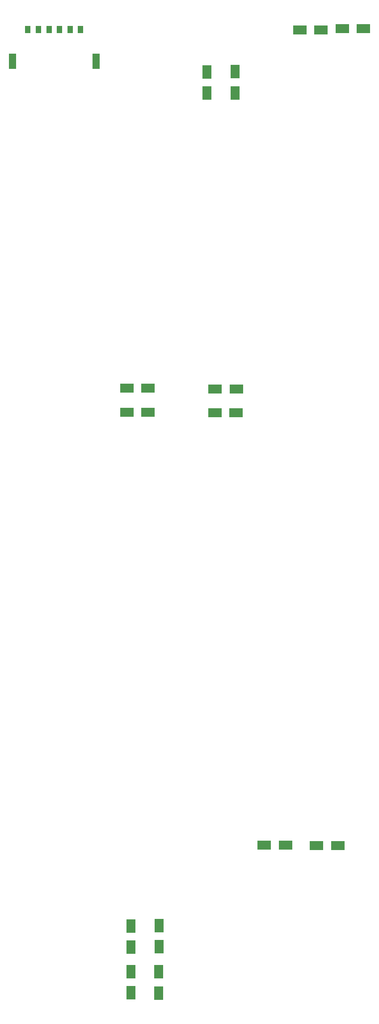
<source format=gtp>
%TF.GenerationSoftware,KiCad,Pcbnew,9.0.1*%
%TF.CreationDate,2025-04-22T22:29:05-07:00*%
%TF.ProjectId,Stationary_X_Panel,53746174-696f-46e6-9172-795f585f5061,1.6*%
%TF.SameCoordinates,Original*%
%TF.FileFunction,Paste,Top*%
%TF.FilePolarity,Positive*%
%FSLAX46Y46*%
G04 Gerber Fmt 4.6, Leading zero omitted, Abs format (unit mm)*
G04 Created by KiCad (PCBNEW 9.0.1) date 2025-04-22 22:29:05*
%MOMM*%
%LPD*%
G01*
G04 APERTURE LIST*
%ADD10R,2.500000X1.700000*%
%ADD11R,1.700000X2.500000*%
%ADD12R,1.100000X1.450000*%
%ADD13R,1.350000X2.900000*%
G04 APERTURE END LIST*
D10*
%TO.C,D14*%
X64150000Y-91920000D03*
X60150000Y-91920000D03*
%TD*%
D11*
%TO.C,D6*%
X66102000Y-202450000D03*
X66102000Y-206450000D03*
%TD*%
%TO.C,D4*%
X60900000Y-193750000D03*
X60900000Y-197750000D03*
%TD*%
%TO.C,D2*%
X75250000Y-32050000D03*
X75250000Y-36050000D03*
%TD*%
D10*
%TO.C,D3*%
X64140000Y-96520000D03*
X60140000Y-96520000D03*
%TD*%
%TO.C,D11*%
X90150000Y-178430000D03*
X86150000Y-178430000D03*
%TD*%
D11*
%TO.C,D5*%
X60900000Y-202400000D03*
X60900000Y-206400000D03*
%TD*%
D12*
%TO.C,J2*%
X41365000Y-24020000D03*
X43365000Y-24020000D03*
X45365000Y-24020000D03*
X47365000Y-24020000D03*
X49365000Y-24020000D03*
X51365000Y-24020000D03*
D13*
X38470000Y-29995000D03*
X54260000Y-29995000D03*
%TD*%
D11*
%TO.C,D1*%
X80600000Y-32000000D03*
X80600000Y-36000000D03*
%TD*%
D10*
%TO.C,D8*%
X76850000Y-92120000D03*
X80850000Y-92120000D03*
%TD*%
%TO.C,D13*%
X92915000Y-24095000D03*
X96915000Y-24095000D03*
%TD*%
%TO.C,D9*%
X76820000Y-96590000D03*
X80820000Y-96590000D03*
%TD*%
D11*
%TO.C,D12*%
X66200000Y-193700000D03*
X66200000Y-197700000D03*
%TD*%
D10*
%TO.C,D10*%
X100060000Y-178520000D03*
X96060000Y-178520000D03*
%TD*%
%TO.C,D7*%
X100915000Y-23845000D03*
X104915000Y-23845000D03*
%TD*%
M02*

</source>
